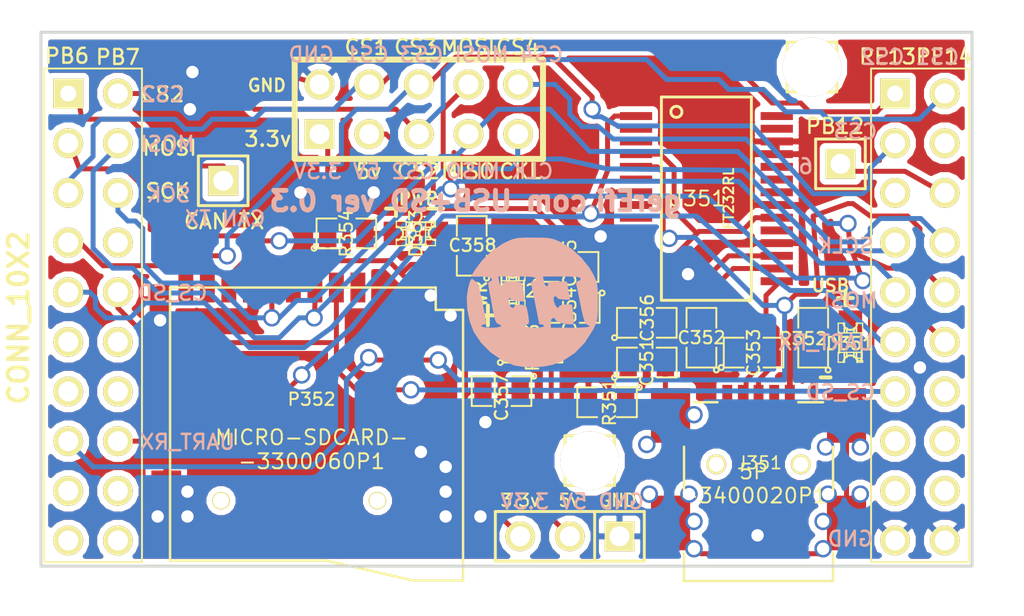
<source format=kicad_pcb>
(kicad_pcb (version 3) (host pcbnew "(2013-07-07 BZR 4022)-stable")
  (title_block (comment 2 Art_Electro) (comment 3 Art_Electro) (comment 4 Art_Electro))
  (layers (15 F.Cu signal) (0 B.Cu signal) (18 B.Paste user) (19 F.Paste user) (20 B.SilkS user) (21 F.SilkS user) (22 B.Mask user) (23 F.Mask user) (28 Edge.Cuts user))
  (net 0 "")
  (net 1 /3.3V)
  (net 2 /5V)
  (net 3 /CAN_TX)
  (net 4 /CS1)
  (net 5 /CS2)
  (net 6 /CS3)
  (net 7 /CS4)
  (net 8 /CS_SD_MODULE)
  (net 9 /D+)
  (net 10 /D-)
  (net 11 /SPI_MISO)
  (net 12 /SPI_MOSI)
  (net 13 /SPI_SCK)
  (net 14 /USART_RX)
  (net 15 /USART_TX)
  (net 16 GND)
  (net 17 N-0000013)
  (net 18 N-0000014)
  (net 19 N-0000015)
  (net 20 N-0000016)
  (net 21 N-0000017)
  (net 22 N-0000018)
  (net 23 N-0000019)
  (net 24 N-0000020)
  (net 25 N-0000021)
  (net 26 N-0000022)
  (net 27 N-0000024)
  (net 28 N-0000026)
  (net 29 N-0000029)
  (net 30 N-0000030)
  (net 31 N-0000031)
  (net 32 N-0000032)
  (net 33 N-0000033)
  (net 34 N-0000034)
  (net 35 N-0000035)
  (net 36 N-0000036)
  (net 37 N-0000037)
  (net 38 N-0000038)
  (net 39 N-0000039)
  (net 40 N-0000040)
  (net 41 N-0000041)
  (net 42 N-0000042)
  (net 43 N-0000043)
  (net 44 N-0000044)
  (net 45 N-0000045)
  (net 46 N-0000046)
  (net 47 N-0000047)
  (net 48 N-0000048)
  (net 49 N-0000049)
  (net 50 N-0000050)
  (net 51 N-0000051)
  (net 52 N-0000052)
  (net 53 N-0000053)
  (net 54 N-0000054)
  (net 55 N-0000055)
  (net 56 N-0000056)
  (net 57 N-0000057)
  (net 58 N-0000058)
  (net 59 N-0000059)
  (module SM0805 (layer F.Cu) (at 207.391 168.656)
    (fp_text reference C351 (at 0 0 90) (layer F.SilkS) (effects (font (size 0.635 0.635) (thickness 0.1016))))
    (fp_text value 4700pF hide)
    (pad 1 smd rect (at -0.9525 0) (size 0.889 1.397) (layers F.Cu F.Paste F.Mask) (net 16 GND))
    (pad 2 smd rect (at 0.9525 0) (size 0.889 1.397) (layers F.Cu F.Paste F.Mask) (net 25 N-0000021))
  )
  (module SM0805 (layer F.Cu) (at 210.185 167.386 90)
    (fp_text reference C352 (at 0 0 180) (layer F.SilkS) (effects (font (size 0.635 0.635) (thickness 0.1016))))
    (fp_text value 47pF hide)
    (pad 1 smd rect (at -0.9525 0 90) (size 0.889 1.397) (layers F.Cu F.Paste F.Mask) (net 16 GND))
    (pad 2 smd rect (at 0.9525 0 90) (size 0.889 1.397) (layers F.Cu F.Paste F.Mask) (net 10 /D-))
  )
  (module SM0805 (layer F.Cu) (at 212.852 168.148)
    (fp_text reference C353 (at 0 0 90) (layer F.SilkS) (effects (font (size 0.635 0.635) (thickness 0.1016))))
    (fp_text value 47pF hide)
    (pad 1 smd rect (at -0.9525 0) (size 0.889 1.397) (layers F.Cu F.Paste F.Mask) (net 16 GND))
    (pad 2 smd rect (at 0.9525 0) (size 0.889 1.397) (layers F.Cu F.Paste F.Mask) (net 9 /D+))
  )
  (module SM0805 (layer F.Cu) (at 203.454 165.862 180)
    (fp_text reference C354 (at 0 -0.1524 270) (layer F.SilkS) (effects (font (size 0.635 0.635) (thickness 0.1016))))
    (fp_text value 4.7uF hide)
    (pad 1 smd rect (at -0.9525 0 180) (size 0.889 1.397) (layers F.Cu F.Paste F.Mask) (net 2 /5V))
    (pad 2 smd rect (at 0.9525 0 180) (size 0.889 1.397) (layers F.Cu F.Paste F.Mask) (net 16 GND))
  )
  (module SM0805 (layer F.Cu) (at 203.3905 163.7665)
    (fp_text reference C355 (at 0.0635 -0.1905 90) (layer F.SilkS) (effects (font (size 0.635 0.635) (thickness 0.1016))))
    (fp_text value .1uF hide)
    (pad 1 smd rect (at -0.9525 0) (size 0.889 1.397) (layers F.Cu F.Paste F.Mask) (net 16 GND))
    (pad 2 smd rect (at 0.9525 0) (size 0.889 1.397) (layers F.Cu F.Paste F.Mask) (net 2 /5V))
  )
  (module SM0805 (layer F.Cu) (at 207.391 166.624)
    (fp_text reference C356 (at 0.0254 -0.254 90) (layer F.SilkS) (effects (font (size 0.635 0.635) (thickness 0.1016))))
    (fp_text value .1uF hide)
    (pad 1 smd rect (at -0.9525 0) (size 0.889 1.397) (layers F.Cu F.Paste F.Mask) (net 16 GND))
    (pad 2 smd rect (at 0.9525 0) (size 0.889 1.397) (layers F.Cu F.Paste F.Mask) (net 45 N-0000045))
  )
  (module SM0805 (layer F.Cu) (at 205.359 170.688 180)
    (fp_text reference R351 (at -0.127 0 270) (layer F.SilkS) (effects (font (size 0.635 0.635) (thickness 0.1016))))
    (fp_text value 1M hide)
    (pad 1 smd rect (at -0.9525 0 180) (size 0.889 1.397) (layers F.Cu F.Paste F.Mask) (net 25 N-0000021))
    (pad 2 smd rect (at 0.9525 0 180) (size 0.889 1.397) (layers F.Cu F.Paste F.Mask) (net 16 GND))
  )
  (module SM0805 (layer F.Cu) (at 215.9 167.386 90)
    (fp_text reference R352 (at -0.0508 -0.508 180) (layer F.SilkS) (effects (font (size 0.635 0.635) (thickness 0.1016))))
    (fp_text value 1k hide)
    (pad 1 smd rect (at -0.9525 0 90) (size 0.889 1.397) (layers F.Cu F.Paste F.Mask) (net 24 N-0000020))
    (pad 2 smd rect (at 0.9525 0 90) (size 0.889 1.397) (layers F.Cu F.Paste F.Mask) (net 26 N-0000022))
  )
  (module SM0805 (layer F.Cu) (at 201.549 167.894)
    (fp_text reference R353 (at 0 0 90) (layer F.SilkS) (effects (font (size 0.635 0.635) (thickness 0.1016))))
    (fp_text value 1k hide)
    (pad 1 smd rect (at -0.9525 0) (size 0.889 1.397) (layers F.Cu F.Paste F.Mask) (net 30 N-0000030))
    (pad 2 smd rect (at 0.9525 0) (size 0.889 1.397) (layers F.Cu F.Paste F.Mask) (net 2 /5V))
  )
  (module ssop-28 (layer F.Cu) (at 210.439 160.274 270)
    (fp_text reference U351 (at 0 0.508 360) (layer F.SilkS) (effects (font (size 0.762 0.762) (thickness 0.1016))))
    (fp_text value FT232RL (at 0 -1.143 270) (layer F.SilkS) (effects (font (size 0.50038 0.50038) (thickness 0.09906))))
    (pad 7 smd rect (at -0.32512 3.59918 270) (size 0.4064 1.651) (layers F.Cu F.Paste F.Mask) (net 16 GND))
    (pad 8 smd rect (at 0.32512 3.59918 270) (size 0.4064 1.651) (layers F.Cu F.Paste F.Mask))
    (pad 9 smd rect (at 0.97536 3.59918 270) (size 0.4064 1.651) (layers F.Cu F.Paste F.Mask) (net 53 N-0000053))
    (pad 10 smd rect (at 1.6256 3.59918 270) (size 0.4064 1.651) (layers F.Cu F.Paste F.Mask) (net 52 N-0000052))
    (pad 25 smd rect (at -2.27584 -3.59918 270) (size 0.4064 1.651) (layers F.Cu F.Paste F.Mask) (net 16 GND))
    (pad 4 smd rect (at -2.27584 3.59918 270) (size 0.4064 1.651) (layers F.Cu F.Paste F.Mask) (net 2 /5V))
    (pad 5 smd rect (at -1.6256 3.59918 270) (size 0.4064 1.651) (layers F.Cu F.Paste F.Mask) (net 15 /USART_TX))
    (pad 6 smd rect (at -0.97536 3.59918 270) (size 0.4064 1.651) (layers F.Cu F.Paste F.Mask) (net 54 N-0000054))
    (pad 18 smd rect (at 2.27584 -3.59918 270) (size 0.4064 1.651) (layers F.Cu F.Paste F.Mask) (net 16 GND))
    (pad 19 smd rect (at 1.6256 -3.59918 270) (size 0.4064 1.651) (layers F.Cu F.Paste F.Mask) (net 42 N-0000042))
    (pad 20 smd rect (at 0.97536 -3.59918 270) (size 0.4064 1.651) (layers F.Cu F.Paste F.Mask) (net 2 /5V))
    (pad 21 smd rect (at 0.32512 -3.59918 270) (size 0.4064 1.651) (layers F.Cu F.Paste F.Mask) (net 16 GND))
    (pad 22 smd rect (at -0.32512 -3.59918 270) (size 0.4064 1.651) (layers F.Cu F.Paste F.Mask) (net 49 N-0000049))
    (pad 23 smd rect (at -0.97536 -3.59918 270) (size 0.4064 1.651) (layers F.Cu F.Paste F.Mask) (net 47 N-0000047))
    (pad 11 smd rect (at 2.27584 3.59918 270) (size 0.4064 1.651) (layers F.Cu F.Paste F.Mask) (net 51 N-0000051))
    (pad 24 smd rect (at -1.6256 -3.59918 270) (size 0.4064 1.651) (layers F.Cu F.Paste F.Mask))
    (pad 26 smd rect (at -2.92608 -3.59918 270) (size 0.4064 1.651) (layers F.Cu F.Paste F.Mask) (net 16 GND))
    (pad 27 smd rect (at -3.57378 -3.59918 270) (size 0.4064 1.651) (layers F.Cu F.Paste F.Mask) (net 44 N-0000044))
    (pad 28 smd rect (at -4.22402 -3.59918 270) (size 0.4064 1.651) (layers F.Cu F.Paste F.Mask) (net 43 N-0000043))
    (pad 1 smd rect (at -4.22402 3.59918 270) (size 0.4064 1.651) (layers F.Cu F.Paste F.Mask) (net 14 /USART_RX))
    (pad 2 smd rect (at -3.57378 3.59918 270) (size 0.4064 1.651) (layers F.Cu F.Paste F.Mask) (net 56 N-0000056))
    (pad 3 smd rect (at -2.92608 3.59918 270) (size 0.4064 1.651) (layers F.Cu F.Paste F.Mask) (net 55 N-0000055))
    (pad 12 smd rect (at 2.92608 3.59918 270) (size 0.4064 1.651) (layers F.Cu F.Paste F.Mask) (net 50 N-0000050))
    (pad 13 smd rect (at 3.57378 3.59918 270) (size 0.4064 1.651) (layers F.Cu F.Paste F.Mask) (net 48 N-0000048))
    (pad 14 smd rect (at 4.22402 3.59918 270) (size 0.4064 1.651) (layers F.Cu F.Paste F.Mask) (net 46 N-0000046))
    (pad 15 smd rect (at 4.22402 -3.59918 270) (size 0.4064 1.651) (layers F.Cu F.Paste F.Mask) (net 9 /D+))
    (pad 16 smd rect (at 3.57378 -3.59918 270) (size 0.4064 1.651) (layers F.Cu F.Paste F.Mask) (net 10 /D-))
    (pad 17 smd rect (at 2.92608 -3.59918 270) (size 0.4064 1.651) (layers F.Cu F.Paste F.Mask) (net 45 N-0000045))
  )
  (module SM0805 (layer F.Cu) (at 192.024 162.052)
    (fp_text reference R354 (at 0 0 90) (layer F.SilkS) (effects (font (size 0.635 0.635) (thickness 0.1016))))
    (fp_text value 1k hide)
    (pad 1 smd rect (at -0.9525 0) (size 0.889 1.397) (layers F.Cu F.Paste F.Mask) (net 1 /3.3V))
    (pad 2 smd rect (at 0.9525 0) (size 0.889 1.397) (layers F.Cu F.Paste F.Mask) (net 29 N-0000029))
  )
  (module PIN_ARRAY_3_A (layer F.Cu) (at 203.454 177.546 180)
    (fp_text reference K351 hide)
    (fp_text value CONN_3 hide)
    (pad 1 thru_hole rect (at -2.54 0 180) (size 1.524 1.524) (drill 1.016) (layers *.Cu *.Mask F.SilkS) (net 16 GND))
    (pad 2 thru_hole circle (at 0 0 180) (size 1.524 1.524) (drill 1.016) (layers *.Cu *.Mask F.SilkS) (net 2 /5V))
    (pad 3 thru_hole circle (at 2.54 0 180) (size 1.524 1.524) (drill 1.016) (layers *.Cu *.Mask F.SilkS) (net 1 /3.3V))
  )
  (module PIN_ARRAY_1 (layer F.Cu) (at 217.297 158.496)
    (fp_text reference P355 hide)
    (fp_text value CONN_1 hide)
    (pad 1 thru_hole rect (at 0 0) (size 1.524 1.524) (drill 1.016) (layers *.Cu *.Mask F.SilkS) (net 32 N-0000032))
  )
  (module PIN_ARRAY_1 (layer F.Cu) (at 185.7248 159.3596)
    (fp_text reference P356 hide)
    (fp_text value CONN_1 hide)
    (pad 1 thru_hole rect (at 0 0) (size 1.524 1.524) (drill 1.016) (layers *.Cu *.Mask F.SilkS) (net 3 /CAN_TX))
  )
  (module LOGO_F (layer B.Cu) (at 201.549 165.608)
    (fp_text reference G305 hide)
    (fp_text value LOGO hide)
  )
  (module SM0805 (layer F.Cu) (at 199.9615 170.1165 180)
    (fp_text reference C357 (at 0 -0.3175 270) (layer F.SilkS) (effects (font (size 0.635 0.635) (thickness 0.10922))))
    (fp_text value .1uF hide)
    (pad 1 smd rect (at -0.9525 0 180) (size 0.889 1.397) (layers F.Cu F.Paste F.Mask) (net 16 GND))
    (pad 2 smd rect (at 0.9525 0 180) (size 0.889 1.397) (layers F.Cu F.Paste F.Mask) (net 1 /3.3V))
  )
  (module SM0805 (layer F.Cu) (at 198.4375 162.687 90)
    (fp_text reference C358 (at 0.0254 0.0381 180) (layer F.SilkS) (effects (font (size 0.635 0.635) (thickness 0.10922))))
    (fp_text value 4.7uF hide)
    (pad 1 smd rect (at -0.9525 0 90) (size 0.889 1.397) (layers F.Cu F.Paste F.Mask) (net 1 /3.3V))
    (pad 2 smd rect (at 0.9525 0 90) (size 0.889 1.397) (layers F.Cu F.Paste F.Mask) (net 16 GND))
  )
  (module PIN_ARRAY_1 (layer F.Cu) (at 204.47 173.6725)
    (fp_text reference M351 hide)
    (fp_text value CONN_1 hide)
    (pad 1 thru_hole circle (at 0 0) (size 3 3) (drill 3) (layers *.Cu *.Mask F.SilkS) (net 27 N-0000024))
  )
  (module PIN_ARRAY_1 (layer F.Cu) (at 215.8365 153.543)
    (fp_text reference M352 hide)
    (fp_text value CONN_1 hide)
    (pad 1 thru_hole circle (at 0 0) (size 3 3) (drill 3) (layers *.Cu *.Mask F.SilkS) (net 31 N-0000031))
  )
  (module LED-0805_A (layer F.Cu) (at 217.805 167.64 270)
    (fp_text reference D351 (at 0.0508 0.0254 360) (layer F.SilkS) (effects (font (size 0.635 0.635) (thickness 0.10922))))
    (fp_text value GREEN hide)
    (pad 1 smd rect (at -1.04902 0 270) (size 1.19888 1.19888) (layers F.Cu F.Paste F.Mask) (net 26 N-0000022))
    (pad 2 smd rect (at 1.04902 0 270) (size 1.19888 1.19888) (layers F.Cu F.Paste F.Mask) (net 16 GND))
  )
  (module LED-0805_A (layer F.Cu) (at 200.533 164.973 90)
    (fp_text reference D352 (at -0.0254 0.0254 180) (layer F.SilkS) (effects (font (size 0.635 0.635) (thickness 0.10922))))
    (fp_text value RED hide)
    (pad 1 smd rect (at -1.04902 0 90) (size 1.19888 1.19888) (layers F.Cu F.Paste F.Mask) (net 30 N-0000030))
    (pad 2 smd rect (at 1.04902 0 90) (size 1.19888 1.19888) (layers F.Cu F.Paste F.Mask) (net 16 GND))
  )
  (module LED-0805_A (layer F.Cu) (at 195.58 162.052)
    (fp_text reference D353 (at 0 0 90) (layer F.SilkS) (effects (font (size 0.635 0.635) (thickness 0.10922))))
    (fp_text value RED hide)
    (pad 1 smd rect (at -1.04902 0) (size 1.19888 1.19888) (layers F.Cu F.Paste F.Mask) (net 29 N-0000029))
    (pad 2 smd rect (at 1.04902 0) (size 1.19888 1.19888) (layers F.Cu F.Paste F.Mask) (net 16 GND))
  )
  (module MINI-USB-5P-3400020P1 (layer F.Cu) (at 213.106 175.26)
    (fp_text reference J351 (at 0.0508 -1.4732) (layer F.SilkS) (effects (font (size 0.635 0.635) (thickness 0.0889))))
    (fp_text value MINI-USB-5P-3400020P1 hide)
    (pad 1 smd rect (at -1.6 -4.191) (size 0.508 2.54) (layers F.Cu F.Paste F.Mask) (net 24 N-0000020))
    (pad 2 smd rect (at -0.8 -4.191) (size 0.508 2.54) (layers F.Cu F.Paste F.Mask) (net 10 /D-))
    (pad 3 smd rect (at 0 -4.191) (size 0.508 2.54) (layers F.Cu F.Paste F.Mask) (net 9 /D+))
    (pad 4 smd rect (at 0.8 -4.191) (size 0.508 2.54) (layers F.Cu F.Paste F.Mask) (net 28 N-0000026))
    (pad 5 smd rect (at 1.6 -4.191) (size 0.508 2.54) (layers F.Cu F.Paste F.Mask) (net 16 GND))
    (pad 6 smd rect (at -4.5 1.603 90) (size 2.794 2) (layers F.Cu F.Paste F.Mask) (net 25 N-0000021))
    (pad 6 smd rect (at 4.5 1.603 90) (size 2.794 2) (layers F.Cu F.Paste F.Mask) (net 25 N-0000021))
    (pad 6 smd rect (at -4.5 -3.897 90) (size 2.794 2) (layers F.Cu F.Paste F.Mask) (net 25 N-0000021))
    (pad 6 smd rect (at 4.5 -3.897 90) (size 2.794 2) (layers F.Cu F.Paste F.Mask) (net 25 N-0000021))
    (pad "" thru_hole circle (at -2.159 -1.397 90) (size 1.016 1.016) (drill 0.762) (layers *.Cu *.Mask F.SilkS))
    (pad "" thru_hole circle (at 2.159 -1.397 90) (size 1.016 1.016) (drill 0.762) (layers *.Cu *.Mask F.SilkS))
  )
  (module MICRO-SDCARD-CONNECTOR-3300060P1 (layer F.Cu) (at 190.5 172.3136 270)
    (fp_text reference P352 (at -1.778 0.254 360) (layer F.SilkS) (effects (font (size 0.635 0.635) (thickness 0.1016))))
    (fp_text value MICRO-SDCARD-CONNECTOR-3300060P1 hide)
    (pad 1 smd rect (at -7.493 -2.114 270) (size 1.524 0.762) (layers F.Cu F.Paste F.Mask) (net 59 N-0000059))
    (pad 2 smd rect (at -7.493 -1.014 270) (size 1.524 0.762) (layers F.Cu F.Paste F.Mask) (net 8 /CS_SD_MODULE))
    (pad 3 smd rect (at -7.493 0.086 270) (size 1.524 0.762) (layers F.Cu F.Paste F.Mask) (net 12 /SPI_MOSI))
    (pad 4 smd rect (at -7.493 1.186 270) (size 1.524 0.762) (layers F.Cu F.Paste F.Mask) (net 1 /3.3V))
    (pad 5 smd rect (at -7.493 2.286 270) (size 1.524 0.762) (layers F.Cu F.Paste F.Mask) (net 13 /SPI_SCK))
    (pad 6 smd rect (at -7.493 3.386 270) (size 1.524 0.762) (layers F.Cu F.Paste F.Mask) (net 16 GND))
    (pad 7 smd rect (at -7.493 4.486 270) (size 1.524 0.762) (layers F.Cu F.Paste F.Mask) (net 11 /SPI_MISO))
    (pad 8 smd rect (at -7.493 5.586 270) (size 1.524 0.762) (layers F.Cu F.Paste F.Mask) (net 58 N-0000058))
    (pad 9 smd rect (at -7.493 6.686 270) (size 1.524 0.762) (layers F.Cu F.Paste F.Mask) (net 57 N-0000057))
    (pad G1 smd rect (at -6.893 8.032 270) (size 1.524 1.016) (layers F.Cu F.Paste F.Mask) (net 16 GND))
    (pad G2 smd rect (at 2.88 7.686 270) (size 2.032 1.524) (layers F.Cu F.Paste F.Mask) (net 16 GND))
    (pad G3 smd rect (at 2.88 -7.714 270) (size 2.032 1.524) (layers F.Cu F.Paste F.Mask) (net 16 GND))
    (pad G4 smd rect (at -7.101 -6.895 270) (size 1.524 1.524) (layers F.Cu F.Paste F.Mask) (net 16 GND))
    (pad "" thru_hole circle (at 3.407 4.886 270) (size 0.889 0.889) (drill 0.762) (layers *.Cu *.Mask F.SilkS))
    (pad "" thru_hole circle (at 3.407 -3.114 270) (size 0.889 0.889) (drill 0.762) (layers *.Cu *.Mask F.SilkS))
  )
  (module PIN_ARRAY_5x2_M (layer F.Cu) (at 195.7324 155.702)
    (fp_text reference P351 hide)
    (fp_text value CONN_5X2 hide)
    (pad 1 thru_hole rect (at -5.08 1.27) (size 1.524 1.524) (drill 1.016) (layers *.Cu *.Mask F.SilkS) (net 1 /3.3V))
    (pad 2 thru_hole circle (at -5.08 -1.27) (size 1.524 1.524) (drill 1.016) (layers *.Cu *.Mask F.SilkS) (net 16 GND))
    (pad 3 thru_hole circle (at -2.54 1.27) (size 1.524 1.524) (drill 1.016) (layers *.Cu *.Mask F.SilkS) (net 2 /5V))
    (pad 4 thru_hole circle (at -2.54 -1.27) (size 1.524 1.524) (drill 1.016) (layers *.Cu *.Mask F.SilkS) (net 4 /CS1))
    (pad 5 thru_hole circle (at 0 1.27) (size 1.524 1.524) (drill 1.016) (layers *.Cu *.Mask F.SilkS) (net 5 /CS2))
    (pad 6 thru_hole circle (at 0 -1.27) (size 1.524 1.524) (drill 1.016) (layers *.Cu *.Mask F.SilkS) (net 6 /CS3))
    (pad 7 thru_hole circle (at 2.54 1.27) (size 1.524 1.524) (drill 1.016) (layers *.Cu *.Mask F.SilkS) (net 11 /SPI_MISO))
    (pad 8 thru_hole circle (at 2.54 -1.27) (size 1.524 1.524) (drill 1.016) (layers *.Cu *.Mask F.SilkS) (net 12 /SPI_MOSI))
    (pad 9 thru_hole circle (at 5.08 1.27) (size 1.524 1.524) (drill 1.016) (layers *.Cu *.Mask F.SilkS) (net 13 /SPI_SCK))
    (pad 10 thru_hole circle (at 5.08 -1.27) (size 1.524 1.524) (drill 1.016) (layers *.Cu *.Mask F.SilkS) (net 7 /CS4))
  )
  (module PIN_ARRAY_10X2_M (layer F.Cu) (at 179.07 166.37 270)
    (fp_text reference P353 hide)
    (fp_text value CONN_10X2 (at 0 3.81 270) (layer F.SilkS) (effects (font (size 1.016 1.016) (thickness 0.2032))))
    (pad 1 thru_hole rect (at -11.47064 1.27 270) (size 1.524 1.524) (drill 0.8128) (layers *.Cu *.Mask F.SilkS) (net 3 /CAN_TX))
    (pad 2 thru_hole circle (at -11.47064 -1.27 270) (size 1.524 1.524) (drill 1.016) (layers *.Cu *.Mask F.SilkS) (net 5 /CS2))
    (pad 3 thru_hole circle (at -8.93064 1.27 270) (size 1.524 1.524) (drill 1.016) (layers *.Cu *.Mask F.SilkS) (net 11 /SPI_MISO))
    (pad 4 thru_hole circle (at -8.93064 -1.27 270) (size 1.524 1.524) (drill 1.016) (layers *.Cu *.Mask F.SilkS) (net 12 /SPI_MOSI))
    (pad 5 thru_hole circle (at -6.39064 1.27 270) (size 1.524 1.524) (drill 1.016) (layers *.Cu *.Mask F.SilkS) (net 4 /CS1))
    (pad 6 thru_hole circle (at -6.39064 -1.27 270) (size 1.524 1.524) (drill 1.016) (layers *.Cu *.Mask F.SilkS) (net 13 /SPI_SCK))
    (pad 7 thru_hole circle (at -3.85064 1.27 270) (size 1.524 1.524) (drill 1.016) (layers *.Cu *.Mask F.SilkS) (net 6 /CS3))
    (pad 8 thru_hole circle (at -3.85064 -1.27 270) (size 1.524 1.524) (drill 1.016) (layers *.Cu *.Mask F.SilkS) (net 41 N-0000041))
    (pad 9 thru_hole circle (at -1.31064 1.27 270) (size 1.524 1.524) (drill 1.016) (layers *.Cu *.Mask F.SilkS) (net 7 /CS4))
    (pad 10 thru_hole circle (at -1.31064 -1.27 270) (size 1.524 1.524) (drill 1.016) (layers *.Cu *.Mask F.SilkS) (net 8 /CS_SD_MODULE))
    (pad 11 thru_hole circle (at 1.22936 1.27 270) (size 1.524 1.524) (drill 1.016) (layers *.Cu *.Mask F.SilkS) (net 36 N-0000036))
    (pad 12 thru_hole circle (at 1.22936 -1.27 270) (size 1.524 1.524) (drill 1.016) (layers *.Cu *.Mask F.SilkS) (net 40 N-0000040))
    (pad 13 thru_hole circle (at 3.76936 1.27 270) (size 1.524 1.524) (drill 1.016) (layers *.Cu *.Mask F.SilkS) (net 35 N-0000035))
    (pad 14 thru_hole circle (at 3.76936 -1.27 270) (size 1.524 1.524) (drill 1.016) (layers *.Cu *.Mask F.SilkS) (net 39 N-0000039))
    (pad 15 thru_hole circle (at 6.30936 1.27 270) (size 1.524 1.524) (drill 1.016) (layers *.Cu *.Mask F.SilkS) (net 15 /USART_TX))
    (pad 16 thru_hole circle (at 6.30936 -1.27 270) (size 1.524 1.524) (drill 1.016) (layers *.Cu *.Mask F.SilkS) (net 14 /USART_RX))
    (pad 17 thru_hole circle (at 8.84936 1.27 270) (size 1.524 1.524) (drill 1.016) (layers *.Cu *.Mask F.SilkS) (net 34 N-0000034))
    (pad 18 thru_hole circle (at 8.84936 -1.27 270) (size 1.524 1.524) (drill 1.016) (layers *.Cu *.Mask F.SilkS) (net 38 N-0000038))
    (pad 19 thru_hole circle (at 11.38936 1.27 270) (size 1.524 1.524) (drill 1.016) (layers *.Cu *.Mask F.SilkS) (net 33 N-0000033))
    (pad 20 thru_hole circle (at 11.38936 -1.27 270) (size 1.524 1.524) (drill 1.016) (layers *.Cu *.Mask F.SilkS) (net 37 N-0000037))
  )
  (module PIN_ARRAY_10X2_M (layer F.Cu) (at 221.361 166.37 270)
    (fp_text reference P354 hide)
    (fp_text value CONN_10X2 hide)
    (pad 1 thru_hole rect (at -11.47064 1.27 270) (size 1.524 1.524) (drill 0.8128) (layers *.Cu *.Mask F.SilkS) (net 4 /CS1))
    (pad 2 thru_hole circle (at -11.47064 -1.27 270) (size 1.524 1.524) (drill 1.016) (layers *.Cu *.Mask F.SilkS) (net 5 /CS2))
    (pad 3 thru_hole circle (at -8.93064 1.27 270) (size 1.524 1.524) (drill 1.016) (layers *.Cu *.Mask F.SilkS) (net 6 /CS3))
    (pad 4 thru_hole circle (at -8.93064 -1.27 270) (size 1.524 1.524) (drill 1.016) (layers *.Cu *.Mask F.SilkS) (net 21 N-0000017))
    (pad 5 thru_hole circle (at -6.39064 1.27 270) (size 1.524 1.524) (drill 1.016) (layers *.Cu *.Mask F.SilkS) (net 17 N-0000013))
    (pad 6 thru_hole circle (at -6.39064 -1.27 270) (size 1.524 1.524) (drill 1.016) (layers *.Cu *.Mask F.SilkS) (net 32 N-0000032))
    (pad 7 thru_hole circle (at -3.85064 1.27 270) (size 1.524 1.524) (drill 1.016) (layers *.Cu *.Mask F.SilkS) (net 13 /SPI_SCK))
    (pad 8 thru_hole circle (at -3.85064 -1.27 270) (size 1.524 1.524) (drill 1.016) (layers *.Cu *.Mask F.SilkS) (net 11 /SPI_MISO))
    (pad 9 thru_hole circle (at -1.31064 1.27 270) (size 1.524 1.524) (drill 1.016) (layers *.Cu *.Mask F.SilkS) (net 12 /SPI_MOSI))
    (pad 10 thru_hole circle (at -1.31064 -1.27 270) (size 1.524 1.524) (drill 1.016) (layers *.Cu *.Mask F.SilkS) (net 15 /USART_TX))
    (pad 11 thru_hole circle (at 1.22936 1.27 270) (size 1.524 1.524) (drill 1.016) (layers *.Cu *.Mask F.SilkS) (net 14 /USART_RX))
    (pad 12 thru_hole circle (at 1.22936 -1.27 270) (size 1.524 1.524) (drill 1.016) (layers *.Cu *.Mask F.SilkS) (net 7 /CS4))
    (pad 13 thru_hole circle (at 3.76936 1.27 270) (size 1.524 1.524) (drill 1.016) (layers *.Cu *.Mask F.SilkS) (net 8 /CS_SD_MODULE))
    (pad 14 thru_hole circle (at 3.76936 -1.27 270) (size 1.524 1.524) (drill 1.016) (layers *.Cu *.Mask F.SilkS) (net 20 N-0000016))
    (pad 15 thru_hole circle (at 6.30936 1.27 270) (size 1.524 1.524) (drill 1.016) (layers *.Cu *.Mask F.SilkS) (net 23 N-0000019))
    (pad 16 thru_hole circle (at 6.30936 -1.27 270) (size 1.524 1.524) (drill 1.016) (layers *.Cu *.Mask F.SilkS) (net 19 N-0000015))
    (pad 17 thru_hole circle (at 8.84936 1.27 270) (size 1.524 1.524) (drill 1.016) (layers *.Cu *.Mask F.SilkS) (net 22 N-0000018))
    (pad 18 thru_hole circle (at 8.84936 -1.27 270) (size 1.524 1.524) (drill 1.016) (layers *.Cu *.Mask F.SilkS) (net 18 N-0000014))
    (pad 19 thru_hole circle (at 11.38936 1.27 270) (size 1.524 1.524) (drill 1.016) (layers *.Cu *.Mask F.SilkS) (net 16 GND))
    (pad 20 thru_hole circle (at 11.38936 -1.27 270) (size 1.524 1.524) (drill 1.016) (layers *.Cu *.Mask F.SilkS) (net 16 GND))
  )
  (gr_text CS2 (at 182.626 154.94) (layer F.SilkS) (effects (font (size 0.762 0.762) (thickness 0.127))))
  (gr_text "CAN TX" (at 185.7756 161.4424) (layer F.SilkS) (effects (font (size 0.762 0.762) (thickness 0.125095))))
  (gr_text SCK (at 182.9308 160.0708) (layer B.SilkS) (effects (font (size 0.762 0.762) (thickness 0.125095)) (justify mirror)))
  (gr_text PWR (at 198.882 165.481 90) (layer F.SilkS) (effects (font (size 0.635 0.635) (thickness 0.125095))))
  (gr_text PWR (at 195.707 160.274) (layer F.SilkS) (effects (font (size 0.635 0.635) (thickness 0.125095))))
  (gr_text USB (at 216.789 164.719) (layer F.SilkS) (effects (font (size 0.635 0.635) (thickness 0.125095))))
  (gr_text CKL (at 200.914 158.877) (layer F.SilkS) (effects (font (size 0.762 0.762) (thickness 0.125095))))
  (gr_text MISO (at 198.247 158.877) (layer F.SilkS) (effects (font (size 0.762 0.762) (thickness 0.125095))))
  (gr_text MOSI (at 198.247 152.527) (layer F.SilkS) (effects (font (size 0.762 0.762) (thickness 0.125095))))
  (gr_text PB12 (at 217.0176 156.5656) (layer F.SilkS) (effects (font (size 0.762 0.762) (thickness 0.125095))))
  (gr_text PE13 (at 219.71 153.0096) (layer F.SilkS) (effects (font (size 0.762 0.762) (thickness 0.125095))))
  (gr_text 6 (at 215.519 158.623) (layer B.SilkS) (effects (font (size 0.762 0.762) (thickness 0.127)) (justify mirror)))
  (gr_text "CAN TX" (at 185.8264 161.29) (layer B.SilkS) (effects (font (size 0.762 0.762) (thickness 0.127)) (justify mirror)))
  (gr_text "CLK MISO CS2 5V 3.3V" (at 195.961 158.877) (layer B.SilkS) (effects (font (size 0.762 0.762) (thickness 0.127)) (justify mirror)))
  (gr_text "CS4 MOSI CS3 CS1 GND" (at 196.088 152.908) (layer B.SilkS) (effects (font (size 0.762 0.762) (thickness 0.127)) (justify mirror)))
  (gr_text "GND 5V 3.3V" (at 203.581 175.768) (layer B.SilkS) (effects (font (size 0.762 0.762) (thickness 0.127)) (justify mirror)))
  (gr_text MOSI (at 182.88 157.48) (layer B.SilkS) (effects (font (size 0.762 0.762) (thickness 0.127)) (justify mirror)))
  (gr_text UART_RX (at 183.896 172.72) (layer B.SilkS) (effects (font (size 0.762 0.762) (thickness 0.127)) (justify mirror)))
  (gr_text CS_SD (at 183.134 165.1) (layer B.SilkS) (effects (font (size 0.762 0.762) (thickness 0.127)) (justify mirror)))
  (gr_text SCK (at 182.88 159.893) (layer F.SilkS) (effects (font (size 0.762 0.762) (thickness 0.127))))
  (gr_text GND (at 217.805 177.673) (layer B.SilkS) (effects (font (size 0.762 0.762) (thickness 0.127)) (justify mirror)))
  (gr_text CS_SD (at 217.297 170.18) (layer B.SilkS) (effects (font (size 0.762 0.762) (thickness 0.127)) (justify mirror)))
  (gr_text UART_RX (at 216.535 167.64) (layer B.SilkS) (effects (font (size 0.762 0.762) (thickness 0.127)) (justify mirror)))
  (gr_text CS2 (at 182.626 154.94) (layer B.SilkS) (effects (font (size 0.762 0.762) (thickness 0.127)) (justify mirror)))
  (gr_text MOSI (at 217.805 165.481) (layer B.SilkS) (effects (font (size 0.762 0.762) (thickness 0.127)) (justify mirror)))
  (gr_text SCLK (at 217.551 162.687) (layer B.SilkS) (effects (font (size 0.762 0.762) (thickness 0.127)) (justify mirror)))
  (gr_text CS3 (at 218.059 156.845) (layer B.SilkS) (effects (font (size 0.762 0.762) (thickness 0.127)) (justify mirror)))
  (gr_text "CS1 CS2" (at 220.853 153.035) (layer B.SilkS) (effects (font (size 0.762 0.762) (thickness 0.127)) (justify mirror)))
  (gr_line (start 194.945 160.782) (end 195.072 160.782) (angle 90) (layer F.SilkS) (width 0.2))
  (gr_line (start 194.564 161.163) (end 194.564 160.274) (angle 90) (layer F.SilkS) (width 0.2))
  (gr_line (start 194.056 160.782) (end 194.945 160.782) (angle 90) (layer F.SilkS) (width 0.2))
  (gr_line (start 196.215 160.782) (end 196.977 160.782) (angle 90) (layer F.SilkS) (width 0.2))
  (gr_line (start 199.263 165.735) (end 199.263 166.751) (angle 90) (layer F.SilkS) (width 0.2))
  (gr_line (start 198.882 166.243) (end 199.644 166.243) (angle 90) (layer F.SilkS) (width 0.2))
  (gr_line (start 200.152 162.814) (end 200.787 162.814) (angle 90) (layer F.SilkS) (width 0.2))
  (gr_line (start 216.789 169.418) (end 216.281 169.418) (angle 90) (layer F.SilkS) (width 0.2))
  (gr_line (start 217.551 165.735) (end 217.551 164.973) (angle 90) (layer F.SilkS) (width 0.2))
  (gr_line (start 217.17 165.354) (end 217.932 165.354) (angle 90) (layer F.SilkS) (width 0.2))
  (gr_text MOSI (at 182.9816 157.6832) (layer F.SilkS) (effects (font (size 0.762 0.762) (thickness 0.125095))))
  (gr_text CS2 (at 195.707 158.877) (layer F.SilkS) (effects (font (size 0.762 0.762) (thickness 0.125095))))
  (gr_text CS4 (at 200.787 152.527) (layer F.SilkS) (effects (font (size 0.762 0.762) (thickness 0.125095))))
  (gr_text CS3 (at 195.58 152.527) (layer F.SilkS) (effects (font (size 0.762 0.762) (thickness 0.125095))))
  (gr_text CS1 (at 193.04 152.527) (layer F.SilkS) (effects (font (size 0.762 0.762) (thickness 0.125095))))
  (gr_text 5v (at 193.167 158.877) (layer F.SilkS) (effects (font (size 0.762 0.762) (thickness 0.125095))))
  (gr_text 3.3v (at 188.0108 157.226) (layer F.SilkS) (effects (font (size 0.762 0.762) (thickness 0.125095))))
  (gr_text PB7 (at 180.34 153.035) (layer F.SilkS) (effects (font (size 0.762 0.762) (thickness 0.125095))))
  (gr_text PB6 (at 177.7365 152.9715) (layer F.SilkS) (effects (font (size 0.762 0.762) (thickness 0.125095))))
  (gr_text GND (at 187.96 154.4828) (layer F.SilkS) (effects (font (size 0.635 0.635) (thickness 0.125095))))
  (gr_text PE14 (at 222.6056 153.0096) (layer F.SilkS) (effects (font (size 0.762 0.762) (thickness 0.125095))))
  (gr_text "3.3v  5v  GND" (at 203.3905 175.7045) (layer F.SilkS) (effects (font (size 0.635 0.635) (thickness 0.1016))))
  (gr_text "gerEfi.com USB+SD ver 0.3" (at 198.628 160.401) (layer B.SilkS) (effects (font (size 1 1) (thickness 0.25)) (justify mirror)))
  (gr_text "5P\n-3400020P1" (at 212.852 174.8536) (layer F.SilkS) (effects (font (size 0.762 0.762) (thickness 0.1016))))
  (gr_text "MICRO-SDCARD-\n-3300060P1" (at 190.246 173.101) (layer F.SilkS) (effects (font (size 0.762 0.762) (thickness 0.1016))))
  (gr_line (start 224.028 179.07) (end 224.028 151.765) (angle 90) (layer Edge.Cuts) (width 0.15))
  (gr_line (start 224.028 151.765) (end 176.403 151.765) (angle 90) (layer Edge.Cuts) (width 0.15))
  (gr_line (start 176.403 179.07) (end 224.028 179.07) (angle 90) (layer Edge.Cuts) (width 0.15))
  (gr_line (start 176.403 151.765) (end 176.403 179.07) (angle 90) (layer Edge.Cuts) (width 0.15))
  (segment (start 198.12 172.466) (end 198.12 173.482) (width 0.254) (layer F.Cu) (net 1))
  (segment (start 198.12 170.3705) (end 198.12 172.466) (width 0.254) (layer F.Cu) (net 1))
  (segment (start 199.644 176.276) (end 200.914 177.546) (width 0.254) (layer F.Cu) (net 1))
  (segment (start 199.644 174.1805) (end 199.644 176.276) (width 0.254) (layer F.Cu) (net 1))
  (segment (start 199.1995 173.736) (end 199.644 174.1805) (width 0.254) (layer F.Cu) (net 1))
  (segment (start 198.374 173.736) (end 199.1995 173.736) (width 0.254) (layer F.Cu) (net 1))
  (segment (start 198.12 173.482) (end 198.374 173.736) (width 0.254) (layer F.Cu) (net 1))
  (segment (start 198.4375 163.6395) (end 195.326 163.6395) (width 0.254) (layer F.Cu) (net 1))
  (segment (start 195.326 163.6395) (end 194.84975 164.11575) (width 0.254) (layer F.Cu) (net 1))
  (segment (start 199.009 170.1165) (end 198.374 170.1165) (width 0.254) (layer F.Cu) (net 1))
  (segment (start 198.374 170.1165) (end 198.12 170.3705) (width 0.254) (layer F.Cu) (net 1))
  (segment (start 191.0715 162.052) (end 191.0715 157.4165) (width 0.254) (layer F.Cu) (net 1))
  (segment (start 191.0715 157.4165) (end 190.627 156.972) (width 0.254) (layer F.Cu) (net 1))
  (segment (start 191.0715 162.052) (end 191.0715 163.449) (width 0.254) (layer F.Cu) (net 1))
  (segment (start 191.0715 163.449) (end 191.135 163.449) (width 0.254) (layer F.Cu) (net 1))
  (segment (start 190.5635 163.449) (end 189.865 163.449) (width 0.254) (layer F.Cu) (net 1))
  (segment (start 190.627 163.449) (end 191.135 163.449) (width 0.254) (layer F.Cu) (net 1))
  (segment (start 190.5635 163.449) (end 190.627 163.449) (width 0.254) (layer F.Cu) (net 1))
  (segment (start 189.865 163.449) (end 189.314 164) (width 0.254) (layer F.Cu) (net 1))
  (segment (start 189.314 164) (end 189.314 164.846) (width 0.254) (layer F.Cu) (net 1))
  (segment (start 195.453 164.719) (end 195.453 165.862) (width 0.254) (layer F.Cu) (net 1))
  (segment (start 195.453 165.862) (end 196.977 167.386) (width 0.254) (layer F.Cu) (net 1))
  (segment (start 196.977 167.386) (end 198.12 168.529) (width 0.254) (layer F.Cu) (net 1))
  (segment (start 198.12 168.529) (end 198.12 170.3705) (width 0.254) (layer F.Cu) (net 1))
  (segment (start 191.135 163.449) (end 194.183 163.449) (width 0.254) (layer F.Cu) (net 1))
  (segment (start 194.183 163.449) (end 194.84975 164.11575) (width 0.254) (layer F.Cu) (net 1))
  (segment (start 194.84975 164.11575) (end 195.453 164.719) (width 0.254) (layer F.Cu) (net 1))
  (segment (start 206.83982 157.99816) (end 208.08696 157.99816) (width 0.254) (layer F.Cu) (net 2))
  (segment (start 208.788 160.8836) (end 209.9564 162.052) (width 0.254) (layer F.Cu) (net 2))
  (segment (start 208.788 158.6992) (end 208.788 160.8836) (width 0.254) (layer F.Cu) (net 2))
  (segment (start 208.08696 157.99816) (end 208.788 158.6992) (width 0.254) (layer F.Cu) (net 2))
  (segment (start 208.534 164.592) (end 208.534 163.4744) (width 0.254) (layer F.Cu) (net 2))
  (segment (start 208.534 164.592) (end 207.899 165.227) (width 0.254) (layer F.Cu) (net 2))
  (segment (start 207.899 165.227) (end 205.0415 165.227) (width 0.254) (layer F.Cu) (net 2))
  (segment (start 204.4065 165.862) (end 205.0415 165.227) (width 0.254) (layer F.Cu) (net 2))
  (segment (start 212.94344 161.24936) (end 214.03818 161.24936) (width 0.254) (layer F.Cu) (net 2))
  (segment (start 212.2424 161.9504) (end 212.94344 161.24936) (width 0.254) (layer F.Cu) (net 2))
  (segment (start 210.058 161.9504) (end 212.2424 161.9504) (width 0.254) (layer F.Cu) (net 2))
  (segment (start 208.534 163.4744) (end 209.9564 162.052) (width 0.254) (layer F.Cu) (net 2))
  (segment (start 209.9564 162.052) (end 210.058 161.9504) (width 0.254) (layer F.Cu) (net 2))
  (segment (start 198.628 160.782) (end 201.7268 160.782) (width 0.254) (layer F.Cu) (net 2))
  (segment (start 194.056 156.972) (end 194.564 157.48) (width 0.254) (layer F.Cu) (net 2))
  (segment (start 194.564 157.48) (end 194.564 157.988) (width 0.254) (layer F.Cu) (net 2))
  (segment (start 194.564 157.988) (end 194.945 158.369) (width 0.254) (layer F.Cu) (net 2))
  (segment (start 194.945 158.369) (end 195.961 158.369) (width 0.254) (layer F.Cu) (net 2))
  (segment (start 195.961 158.369) (end 196.469 158.877) (width 0.254) (layer F.Cu) (net 2))
  (segment (start 196.469 158.877) (end 196.469 160.274) (width 0.254) (layer F.Cu) (net 2))
  (segment (start 196.469 160.274) (end 196.977 160.782) (width 0.254) (layer F.Cu) (net 2))
  (segment (start 196.977 160.782) (end 197.739 160.782) (width 0.254) (layer F.Cu) (net 2))
  (segment (start 198.628 160.782) (end 198.12 160.782) (width 0.254) (layer F.Cu) (net 2))
  (segment (start 198.12 160.782) (end 197.739 160.782) (width 0.254) (layer F.Cu) (net 2))
  (segment (start 193.167 156.972) (end 194.056 156.972) (width 0.254) (layer F.Cu) (net 2))
  (segment (start 204.343 163.3982) (end 204.343 163.7665) (width 0.254) (layer F.Cu) (net 2))
  (segment (start 201.7268 160.782) (end 204.343 163.3982) (width 0.254) (layer F.Cu) (net 2))
  (segment (start 202.5015 167.894) (end 202.5015 171.7675) (width 0.254) (layer F.Cu) (net 2))
  (segment (start 201.549 175.641) (end 203.454 177.546) (width 0.254) (layer F.Cu) (net 2))
  (segment (start 201.549 172.72) (end 201.549 175.641) (width 0.254) (layer F.Cu) (net 2))
  (segment (start 202.5015 171.7675) (end 201.549 172.72) (width 0.254) (layer F.Cu) (net 2))
  (segment (start 204.4065 165.862) (end 204.4065 163.83) (width 0.254) (layer F.Cu) (net 2))
  (segment (start 204.4065 163.83) (end 204.343 163.7665) (width 0.254) (layer F.Cu) (net 2))
  (segment (start 202.5015 167.894) (end 203.454 167.894) (width 0.254) (layer F.Cu) (net 2))
  (segment (start 204.4065 166.9415) (end 204.4065 165.862) (width 0.254) (layer F.Cu) (net 2))
  (segment (start 203.454 167.894) (end 204.4065 166.9415) (width 0.254) (layer F.Cu) (net 2))
  (segment (start 177.8 154.89936) (end 178.26736 154.89936) (width 0.254) (layer F.Cu) (net 3))
  (segment (start 185.7248 158.5976) (end 185.7248 159.3596) (width 0.254) (layer F.Cu) (net 3))
  (segment (start 181.61 158.623) (end 185.7248 158.5976) (width 0.254) (layer F.Cu) (net 3))
  (segment (start 181.61 156.845) (end 181.61 158.623) (width 0.254) (layer F.Cu) (net 3))
  (segment (start 180.975 156.21) (end 181.61 156.845) (width 0.254) (layer F.Cu) (net 3))
  (segment (start 178.4985 156.21) (end 180.975 156.21) (width 0.254) (layer F.Cu) (net 3))
  (segment (start 178.26736 154.89936) (end 178.4985 156.21) (width 0.254) (layer F.Cu) (net 3))
  (segment (start 193.167 154.432) (end 192.659 154.432) (width 0.254) (layer B.Cu) (net 4))
  (segment (start 183.769 156.718) (end 184.658 156.718) (width 0.254) (layer B.Cu) (net 4))
  (segment (start 184.658 156.718) (end 185.166 156.21) (width 0.254) (layer B.Cu) (net 4))
  (segment (start 185.166 156.21) (end 187.325 156.21) (width 0.254) (layer B.Cu) (net 4))
  (segment (start 183.261 156.21) (end 183.769 156.718) (width 0.254) (layer B.Cu) (net 4))
  (segment (start 179.451 156.21) (end 183.261 156.21) (width 0.254) (layer B.Cu) (net 4))
  (segment (start 179.07 158.115) (end 179.07 156.591) (width 0.254) (layer B.Cu) (net 4))
  (segment (start 177.8 159.385) (end 179.07 158.115) (width 0.254) (layer B.Cu) (net 4))
  (segment (start 177.8 159.385) (end 177.8 159.97936) (width 0.254) (layer B.Cu) (net 4))
  (segment (start 179.07 156.591) (end 179.451 156.21) (width 0.254) (layer B.Cu) (net 4))
  (segment (start 187.833 155.702) (end 187.325 156.21) (width 0.254) (layer B.Cu) (net 4))
  (segment (start 191.389 155.702) (end 187.833 155.702) (width 0.254) (layer B.Cu) (net 4))
  (segment (start 192.659 154.432) (end 191.389 155.702) (width 0.254) (layer B.Cu) (net 4))
  (segment (start 210.947 152.527) (end 212.1535 153.7335) (width 0.254) (layer F.Cu) (net 4))
  (segment (start 212.1535 153.7335) (end 213.8045 155.3845) (width 0.254) (layer F.Cu) (net 4))
  (segment (start 213.8045 155.3845) (end 215.265 155.3845) (width 0.254) (layer F.Cu) (net 4))
  (segment (start 215.265 155.3845) (end 215.7095 155.829) (width 0.254) (layer F.Cu) (net 4))
  (segment (start 215.7095 155.829) (end 219.16136 155.829) (width 0.254) (layer F.Cu) (net 4))
  (segment (start 219.16136 155.829) (end 220.091 154.89936) (width 0.254) (layer F.Cu) (net 4))
  (segment (start 193.802 154.432) (end 195.707 152.527) (width 0.254) (layer F.Cu) (net 4))
  (segment (start 195.707 152.527) (end 210.947 152.527) (width 0.254) (layer F.Cu) (net 4))
  (segment (start 193.167 154.432) (end 193.802 154.432) (width 0.254) (layer F.Cu) (net 4))
  (segment (start 193.802 154.559) (end 193.167 154.559) (width 0.254) (layer F.Cu) (net 4))
  (segment (start 180.34 154.89936) (end 186.52236 154.89936) (width 0.254) (layer F.Cu) (net 5))
  (segment (start 194.564 155.702) (end 195.707 156.972) (width 0.254) (layer F.Cu) (net 5))
  (segment (start 187.325 155.702) (end 194.564 155.702) (width 0.254) (layer F.Cu) (net 5))
  (segment (start 186.52236 154.89936) (end 187.325 155.702) (width 0.254) (layer F.Cu) (net 5))
  (segment (start 196.977 154.051) (end 196.977 153.797) (width 0.254) (layer B.Cu) (net 5))
  (segment (start 221.32036 156.21) (end 222.631 154.89936) (width 0.254) (layer B.Cu) (net 5))
  (segment (start 216.662 156.21) (end 221.32036 156.21) (width 0.254) (layer B.Cu) (net 5))
  (segment (start 216.281 155.829) (end 216.662 156.21) (width 0.254) (layer B.Cu) (net 5))
  (segment (start 214.503 155.829) (end 216.281 155.829) (width 0.254) (layer B.Cu) (net 5))
  (segment (start 213.36 154.686) (end 214.503 155.829) (width 0.254) (layer B.Cu) (net 5))
  (segment (start 211.582 154.686) (end 213.36 154.686) (width 0.254) (layer B.Cu) (net 5))
  (segment (start 211.074 154.178) (end 211.582 154.686) (width 0.254) (layer B.Cu) (net 5))
  (segment (start 208.407 154.178) (end 211.074 154.178) (width 0.254) (layer B.Cu) (net 5))
  (segment (start 207.391 153.162) (end 208.407 154.178) (width 0.254) (layer B.Cu) (net 5))
  (segment (start 197.612 153.162) (end 207.391 153.162) (width 0.254) (layer B.Cu) (net 5))
  (segment (start 196.977 153.797) (end 197.612 153.162) (width 0.254) (layer B.Cu) (net 5))
  (segment (start 195.707 156.972) (end 195.707 156.845) (width 0.254) (layer B.Cu) (net 5))
  (segment (start 196.977 155.575) (end 196.977 154.051) (width 0.254) (layer B.Cu) (net 5))
  (segment (start 196.977 154.051) (end 196.977 154.000202) (width 0.254) (layer B.Cu) (net 5))
  (segment (start 195.707 156.845) (end 196.977 155.575) (width 0.254) (layer B.Cu) (net 5))
  (segment (start 191.77 158.496) (end 189.611 158.496) (width 0.254) (layer B.Cu) (net 6))
  (segment (start 178.39436 162.51936) (end 179.578 163.703) (width 0.254) (layer F.Cu) (net 6))
  (segment (start 179.578 163.703) (end 182.372 163.703) (width 0.254) (layer F.Cu) (net 6))
  (segment (start 182.372 163.703) (end 182.88 163.195) (width 0.254) (layer F.Cu) (net 6))
  (segment (start 177.8 162.51936) (end 178.39436 162.51936) (width 0.254) (layer F.Cu) (net 6))
  (segment (start 182.88 163.195) (end 185.928 163.195) (width 0.254) (layer F.Cu) (net 6))
  (via (at 185.928 163.195) (size 0.889) (layers F.Cu B.Cu) (net 6))
  (segment (start 195.453 154.432) (end 194.183 155.702) (width 0.254) (layer B.Cu) (net 6))
  (segment (start 194.183 155.702) (end 192.532 155.702) (width 0.254) (layer B.Cu) (net 6))
  (segment (start 192.532 155.702) (end 191.77 156.464) (width 0.254) (layer B.Cu) (net 6))
  (segment (start 191.77 156.464) (end 191.77 158.496) (width 0.254) (layer B.Cu) (net 6))
  (segment (start 195.453 154.432) (end 195.707 154.432) (width 0.254) (layer B.Cu) (net 6))
  (segment (start 185.928 162.179) (end 185.928 163.195) (width 0.254) (layer B.Cu) (net 6))
  (segment (start 189.611 158.496) (end 185.928 162.179) (width 0.254) (layer B.Cu) (net 6))
  (segment (start 201.422 153.035) (end 202.565 153.035) (width 0.254) (layer F.Cu) (net 6))
  (segment (start 196.215 154.432) (end 197.612 153.035) (width 0.254) (layer F.Cu) (net 6))
  (segment (start 197.612 153.035) (end 201.422 153.035) (width 0.254) (layer F.Cu) (net 6))
  (segment (start 195.707 154.432) (end 196.215 154.432) (width 0.254) (layer F.Cu) (net 6))
  (segment (start 204.597 155.067) (end 204.597 155.702) (width 0.254) (layer F.Cu) (net 6))
  (segment (start 202.565 153.035) (end 204.597 155.067) (width 0.254) (layer F.Cu) (net 6))
  (segment (start 205.905101 156.552899) (end 212.813899 156.552899) (width 0.254) (layer B.Cu) (net 6))
  (segment (start 218.821 158.70936) (end 220.091 157.43936) (width 0.254) (layer B.Cu) (net 6))
  (segment (start 218.821 159.639) (end 218.821 158.70936) (width 0.254) (layer B.Cu) (net 6))
  (segment (start 218.44 160.02) (end 218.821 159.639) (width 0.254) (layer B.Cu) (net 6))
  (segment (start 215.9 160.02) (end 218.44 160.02) (width 0.254) (layer B.Cu) (net 6))
  (segment (start 212.813899 156.552899) (end 215.9 160.02) (width 0.254) (layer B.Cu) (net 6))
  (segment (start 204.597 155.702) (end 204.292202 155.702) (width 0.254) (layer B.Cu) (net 6))
  (via (at 204.597 155.702) (size 0.889) (layers F.Cu B.Cu) (net 6))
  (segment (start 205.054202 156.083) (end 205.905101 156.552899) (width 0.254) (layer B.Cu) (net 6))
  (segment (start 204.673202 156.083) (end 205.054202 156.083) (width 0.254) (layer B.Cu) (net 6))
  (segment (start 204.292202 155.702) (end 204.673202 156.083) (width 0.254) (layer B.Cu) (net 6))
  (segment (start 204.346 155.702) (end 204.597 155.702) (width 0.254) (layer F.Cu) (net 6))
  (segment (start 205.905101 156.552899) (end 205.943202 156.591) (width 0.254) (layer B.Cu) (net 6))
  (segment (start 200.787 154.432) (end 202.692 154.432) (width 0.254) (layer B.Cu) (net 7))
  (segment (start 212.471 157.226) (end 205.67762 157.226) (width 0.254) (layer B.Cu) (net 7))
  (segment (start 212.471 157.226) (end 216.662 161.544) (width 0.254) (layer B.Cu) (net 7))
  (segment (start 216.662 161.544) (end 217.678 161.544) (width 0.254) (layer B.Cu) (net 7))
  (via (at 217.678 161.544) (size 0.889) (layers F.Cu B.Cu) (net 7))
  (segment (start 217.678 161.544) (end 217.805 162.941) (width 0.254) (layer F.Cu) (net 7))
  (segment (start 205.67762 157.226) (end 204.91562 156.591) (width 0.254) (layer B.Cu) (net 7))
  (segment (start 204.089 156.591) (end 204.91562 156.591) (width 0.254) (layer B.Cu) (net 7))
  (segment (start 203.454 155.956) (end 204.089 156.591) (width 0.254) (layer B.Cu) (net 7))
  (segment (start 203.454 155.194) (end 203.454 155.956) (width 0.254) (layer B.Cu) (net 7))
  (segment (start 202.692 154.432) (end 203.454 155.194) (width 0.254) (layer B.Cu) (net 7))
  (segment (start 216.408 164.338) (end 218.313 164.338) (width 0.254) (layer B.Cu) (net 7))
  (segment (start 210.439 160.147) (end 214.999418 164.338) (width 0.254) (layer B.Cu) (net 7))
  (segment (start 214.999418 164.338) (end 216.408 164.338) (width 0.254) (layer B.Cu) (net 7))
  (segment (start 198.577202 160.147) (end 205.994 160.147) (width 0.254) (layer B.Cu) (net 7))
  (segment (start 197.815202 160.655) (end 198.577202 160.147) (width 0.254) (layer B.Cu) (net 7))
  (segment (start 196.723 160.655) (end 197.815202 160.655) (width 0.254) (layer B.Cu) (net 7))
  (segment (start 191.262 166.878) (end 196.723 160.655) (width 0.254) (layer B.Cu) (net 7))
  (segment (start 205.994 160.147) (end 210.439 160.147) (width 0.254) (layer B.Cu) (net 7))
  (segment (start 218.44 164.465) (end 217.932 163.068) (width 0.254) (layer F.Cu) (net 7))
  (via (at 218.44 164.465) (size 0.889) (layers F.Cu B.Cu) (net 7))
  (segment (start 218.313 164.338) (end 218.44 164.465) (width 0.254) (layer B.Cu) (net 7))
  (segment (start 177.8 165.05936) (end 178.90236 165.05936) (width 0.254) (layer B.Cu) (net 7))
  (segment (start 189.865 167.894) (end 191.262 166.878) (width 0.254) (layer B.Cu) (net 7))
  (segment (start 187.071 167.894) (end 189.865 167.894) (width 0.254) (layer B.Cu) (net 7))
  (segment (start 184.785 165.608) (end 187.071 167.894) (width 0.254) (layer B.Cu) (net 7))
  (segment (start 181.737 165.608) (end 184.785 165.608) (width 0.254) (layer B.Cu) (net 7))
  (segment (start 180.975 166.37) (end 181.737 165.608) (width 0.254) (layer B.Cu) (net 7))
  (segment (start 179.705 166.37) (end 180.975 166.37) (width 0.254) (layer B.Cu) (net 7))
  (segment (start 179.197 165.862) (end 179.705 166.37) (width 0.254) (layer B.Cu) (net 7))
  (segment (start 179.197 165.354) (end 179.197 165.862) (width 0.254) (layer B.Cu) (net 7))
  (segment (start 178.90236 165.05936) (end 179.197 165.354) (width 0.254) (layer B.Cu) (net 7))
  (segment (start 217.8685 163.0045) (end 219.71 163.83) (width 0.254) (layer F.Cu) (net 7))
  (segment (start 220.726 163.83) (end 221.361 164.465) (width 0.254) (layer F.Cu) (net 7))
  (segment (start 221.361 164.465) (end 221.361 166.32936) (width 0.254) (layer F.Cu) (net 7))
  (segment (start 221.361 166.32936) (end 222.631 167.59936) (width 0.254) (layer F.Cu) (net 7))
  (segment (start 219.71 163.83) (end 220.726 163.83) (width 0.254) (layer F.Cu) (net 7))
  (segment (start 191.514 167.638) (end 191.514 169.035) (width 0.254) (layer F.Cu) (net 8))
  (via (at 195.326 170.053) (size 0.889) (layers F.Cu B.Cu) (net 8))
  (segment (start 195.326 170.053) (end 220.091 170.1394) (width 0.254) (layer B.Cu) (net 8))
  (segment (start 192.532 170.053) (end 195.326 170.053) (width 0.254) (layer F.Cu) (net 8))
  (segment (start 191.514 169.035) (end 192.532 170.053) (width 0.254) (layer F.Cu) (net 8))
  (segment (start 180.34 165.05936) (end 180.34 165.862) (width 0.254) (layer F.Cu) (net 8))
  (segment (start 182.116 167.638) (end 191.514 167.638) (width 0.254) (layer F.Cu) (net 8))
  (segment (start 191.514 164.846) (end 191.514 167.638) (width 0.254) (layer F.Cu) (net 8))
  (segment (start 180.34 165.862) (end 182.116 167.638) (width 0.254) (layer F.Cu) (net 8))
  (segment (start 214.03818 164.49802) (end 214.03818 164.67582) (width 0.254) (layer F.Cu) (net 9))
  (segment (start 214.0585 166.9415) (end 214.0585 168.148) (width 0.254) (layer F.Cu) (net 9))
  (segment (start 213.487 166.37) (end 214.0585 166.9415) (width 0.254) (layer F.Cu) (net 9))
  (segment (start 213.487 165.227) (end 213.487 166.37) (width 0.254) (layer F.Cu) (net 9))
  (segment (start 214.03818 164.67582) (end 213.487 165.227) (width 0.254) (layer F.Cu) (net 9))
  (segment (start 214.0585 168.148) (end 214.0585 168.604082) (width 0.254) (layer F.Cu) (net 9))
  (segment (start 213.106 169.556582) (end 213.106 171.069) (width 0.254) (layer F.Cu) (net 9))
  (segment (start 214.0585 168.604082) (end 213.106 169.556582) (width 0.254) (layer F.Cu) (net 9))
  (segment (start 210.185 166.4335) (end 212.5345 166.4335) (width 0.254) (layer F.Cu) (net 10))
  (segment (start 212.471 170.904) (end 212.306 171.069) (width 0.254) (layer F.Cu) (net 10))
  (segment (start 212.471 169.545) (end 212.471 170.904) (width 0.254) (layer F.Cu) (net 10))
  (segment (start 212.852 169.164) (end 212.471 169.545) (width 0.254) (layer F.Cu) (net 10))
  (segment (start 212.852 166.751) (end 212.852 169.164) (width 0.254) (layer F.Cu) (net 10))
  (segment (start 212.5345 166.4335) (end 212.852 166.751) (width 0.254) (layer F.Cu) (net 10))
  (segment (start 210.185 166.4335) (end 210.185 165.481) (width 0.254) (layer F.Cu) (net 10))
  (segment (start 211.81822 163.84778) (end 214.03818 163.84778) (width 0.254) (layer F.Cu) (net 10))
  (segment (start 210.185 165.481) (end 211.81822 163.84778) (width 0.254) (layer F.Cu) (net 10))
  (segment (start 201.803 155.702) (end 202.438 155.702) (width 0.254) (layer B.Cu) (net 11))
  (segment (start 198.501 156.972) (end 199.771 155.702) (width 0.254) (layer B.Cu) (net 11))
  (segment (start 199.771 155.702) (end 201.803 155.702) (width 0.254) (layer B.Cu) (net 11))
  (segment (start 198.247 156.972) (end 198.501 156.972) (width 0.254) (layer B.Cu) (net 11))
  (segment (start 221.40164 161.29) (end 222.631 162.51936) (width 0.254) (layer B.Cu) (net 11))
  (segment (start 219.329 161.29) (end 221.40164 161.29) (width 0.254) (layer B.Cu) (net 11))
  (segment (start 218.821 161.798) (end 219.329 161.29) (width 0.254) (layer B.Cu) (net 11))
  (segment (start 218.821 162.052) (end 218.821 161.798) (width 0.254) (layer B.Cu) (net 11))
  (segment (start 218.389202 162.483798) (end 218.821 162.052) (width 0.254) (layer B.Cu) (net 11))
  (segment (start 216.789 162.483798) (end 218.389202 162.483798) (width 0.254) (layer B.Cu) (net 11))
  (segment (start 212.039202 157.861) (end 216.789 162.483798) (width 0.254) (layer B.Cu) (net 11))
  (segment (start 204.47 157.861) (end 212.039202 157.861) (width 0.254) (layer B.Cu) (net 11))
  (segment (start 202.438 155.702) (end 204.47 157.861) (width 0.254) (layer B.Cu) (net 11))
  (segment (start 198.247 156.972) (end 198.247 157.48) (width 0.254) (layer B.Cu) (net 11))
  (segment (start 187.452 162.433) (end 187.198 162.433) (width 0.254) (layer F.Cu) (net 11))
  (segment (start 188.595 162.433) (end 187.452 162.433) (width 0.254) (layer F.Cu) (net 11))
  (via (at 188.595 162.433) (size 0.889) (layers F.Cu B.Cu) (net 11))
  (segment (start 192.532 162.433) (end 188.595 162.433) (width 0.254) (layer B.Cu) (net 11))
  (segment (start 196.85 158.115) (end 192.532 162.433) (width 0.254) (layer B.Cu) (net 11))
  (segment (start 197.612 158.115) (end 196.85 158.115) (width 0.254) (layer B.Cu) (net 11))
  (segment (start 198.247 157.48) (end 197.612 158.115) (width 0.254) (layer B.Cu) (net 11))
  (segment (start 181.991 160.02) (end 181.991 161.848798) (width 0.254) (layer F.Cu) (net 11))
  (segment (start 180.721 158.75) (end 181.991 160.02) (width 0.254) (layer F.Cu) (net 11))
  (segment (start 178.3715 158.75) (end 180.721 158.75) (width 0.254) (layer F.Cu) (net 11))
  (segment (start 177.88636 157.43936) (end 178.3715 158.75) (width 0.254) (layer F.Cu) (net 11))
  (segment (start 186.944 162.179) (end 187.198 162.433) (width 0.254) (layer F.Cu) (net 11))
  (segment (start 185.293 162.179) (end 186.944 162.179) (width 0.254) (layer F.Cu) (net 11))
  (segment (start 184.734202 162.229798) (end 185.293 162.179) (width 0.254) (layer F.Cu) (net 11))
  (segment (start 182.88 162.229798) (end 184.734202 162.229798) (width 0.254) (layer F.Cu) (net 11))
  (segment (start 181.991 161.848798) (end 182.88 162.229798) (width 0.254) (layer F.Cu) (net 11))
  (segment (start 186.014 164.846) (end 186.014 164.252) (width 0.254) (layer F.Cu) (net 11))
  (segment (start 187.198 163.068) (end 187.198 162.433) (width 0.254) (layer F.Cu) (net 11))
  (segment (start 186.014 164.252) (end 187.198 163.068) (width 0.254) (layer F.Cu) (net 11))
  (segment (start 197.358 159.766) (end 197.358 159.258) (width 0.254) (layer F.Cu) (net 12))
  (via (at 197.358 159.766) (size 0.889) (layers F.Cu B.Cu) (net 12))
  (segment (start 196.977 155.702) (end 198.247 154.432) (width 0.254) (layer F.Cu) (net 12))
  (segment (start 196.977 158.877) (end 196.977 155.702) (width 0.254) (layer F.Cu) (net 12))
  (segment (start 197.358 159.258) (end 196.977 158.877) (width 0.254) (layer F.Cu) (net 12))
  (segment (start 190.373 166.37) (end 190.373 166.243) (width 0.254) (layer B.Cu) (net 12))
  (segment (start 196.85 159.766) (end 197.358 159.766) (width 0.254) (layer B.Cu) (net 12))
  (segment (start 190.373 166.243) (end 196.85 159.766) (width 0.254) (layer B.Cu) (net 12))
  (segment (start 220.091 165.05936) (end 220.091 164.592) (width 0.254) (layer B.Cu) (net 12))
  (segment (start 220.091 164.592) (end 219.075 163.576) (width 0.254) (layer B.Cu) (net 12))
  (segment (start 219.075 163.576) (end 216.281 163.576) (width 0.254) (layer B.Cu) (net 12))
  (segment (start 216.281 163.576) (end 212.09 159.385) (width 0.254) (layer B.Cu) (net 12))
  (segment (start 212.09 159.385) (end 197.739 159.385) (width 0.254) (layer B.Cu) (net 12))
  (segment (start 197.739 159.385) (end 197.358 159.766) (width 0.254) (layer B.Cu) (net 12))
  (segment (start 179.07 162.814) (end 179.07 158.877) (width 0.254) (layer B.Cu) (net 12))
  (segment (start 189.611 166.37) (end 188.595 167.386) (width 0.254) (layer B.Cu) (net 12))
  (segment (start 188.595 167.386) (end 187.325 167.386) (width 0.254) (layer B.Cu) (net 12))
  (segment (start 187.325 167.386) (end 185.039 165.1) (width 0.254) (layer B.Cu) (net 12))
  (segment (start 185.039 165.1) (end 182.372 165.1) (width 0.254) (layer B.Cu) (net 12))
  (segment (start 182.372 165.1) (end 181.102 163.83) (width 0.254) (layer B.Cu) (net 12))
  (segment (start 181.102 163.83) (end 180.086 163.83) (width 0.254) (layer B.Cu) (net 12))
  (segment (start 180.086 163.83) (end 179.07 162.814) (width 0.254) (layer B.Cu) (net 12))
  (segment (start 190.373 166.37) (end 189.611 166.37) (width 0.254) (layer B.Cu) (net 12))
  (segment (start 179.07 158.877) (end 180.34 157.607) (width 0.254) (layer B.Cu) (net 12))
  (segment (start 190.373 166.37) (end 190.5 166.37) (width 0.254) (layer B.Cu) (net 12))
  (via (at 190.373 166.37) (size 0.889) (layers F.Cu B.Cu) (net 12))
  (segment (start 190.414 165.7658) (end 190.373 166.37) (width 0.254) (layer F.Cu) (net 12))
  (segment (start 190.414 165.608) (end 190.414 165.7658) (width 0.254) (layer F.Cu) (net 12))
  (segment (start 190.414 165.481) (end 190.414 165.608) (width 0.254) (layer F.Cu) (net 12))
  (segment (start 190.414 164.846) (end 190.414 165.481) (width 0.254) (layer F.Cu) (net 12))
  (segment (start 205.359 158.75) (end 203.073 158.242) (width 0.254) (layer B.Cu) (net 13))
  (segment (start 220.091 162.51936) (end 219.66936 162.941) (width 0.254) (layer B.Cu) (net 13))
  (segment (start 216.408 162.941) (end 219.66936 162.941) (width 0.254) (layer B.Cu) (net 13))
  (segment (start 212.293202 158.826202) (end 216.408 162.941) (width 0.254) (layer B.Cu) (net 13))
  (segment (start 205.359 158.75) (end 212.293202 158.826202) (width 0.254) (layer B.Cu) (net 13))
  (segment (start 200.787 158.267404) (end 200.787 158.369) (width 0.254) (layer B.Cu) (net 13))
  (segment (start 203.073 158.242) (end 200.787 158.267404) (width 0.254) (layer B.Cu) (net 13))
  (segment (start 188.214 166.37) (end 188.595 166.37) (width 0.254) (layer B.Cu) (net 13))
  (segment (start 200.787 158.369) (end 200.787 156.972) (width 0.254) (layer B.Cu) (net 13))
  (segment (start 200.406 158.75) (end 200.787 158.369) (width 0.254) (layer B.Cu) (net 13))
  (segment (start 197.104 158.75) (end 200.406 158.75) (width 0.254) (layer B.Cu) (net 13))
  (segment (start 190.373 165.481) (end 197.104 158.75) (width 0.254) (layer B.Cu) (net 13))
  (segment (start 189.484 165.481) (end 190.373 165.481) (width 0.254) (layer B.Cu) (net 13))
  (segment (start 188.595 166.37) (end 189.484 165.481) (width 0.254) (layer B.Cu) (net 13))
  (segment (start 200.787 156.972) (end 200.775418 156.972) (width 0.254) (layer B.Cu) (net 13))
  (segment (start 180.34 159.97936) (end 180.34 160.909) (width 0.254) (layer B.Cu) (net 13))
  (segment (start 187.071 166.37) (end 188.214 166.37) (width 0.254) (layer B.Cu) (net 13))
  (segment (start 185.293 164.592) (end 187.071 166.37) (width 0.254) (layer B.Cu) (net 13))
  (segment (start 182.575202 164.592) (end 185.293 164.592) (width 0.254) (layer B.Cu) (net 13))
  (segment (start 181.61 163.626798) (end 182.575202 164.592) (width 0.254) (layer B.Cu) (net 13))
  (segment (start 181.61 161.798) (end 181.61 163.626798) (width 0.254) (layer B.Cu) (net 13))
  (segment (start 181.229 161.417) (end 181.61 161.798) (width 0.254) (layer B.Cu) (net 13))
  (segment (start 180.848 161.417) (end 181.229 161.417) (width 0.254) (layer B.Cu) (net 13))
  (segment (start 180.34 160.909) (end 180.848 161.417) (width 0.254) (layer B.Cu) (net 13))
  (segment (start 188.214 164.846) (end 188.214 165.481) (width 0.254) (layer F.Cu) (net 13))
  (segment (start 188.214 165.481) (end 188.214 165.608) (width 0.254) (layer F.Cu) (net 13))
  (segment (start 188.214 165.608) (end 188.214 165.7658) (width 0.254) (layer F.Cu) (net 13))
  (segment (start 188.214 165.7658) (end 188.214 166.37) (width 0.254) (layer F.Cu) (net 13))
  (via (at 188.214 166.37) (size 0.889) (layers F.Cu B.Cu) (net 13))
  (segment (start 206.83982 156.04998) (end 205.74762 156.04998) (width 0.254) (layer F.Cu) (net 14))
  (via (at 204.5208 161.036) (size 0.889) (layers F.Cu B.Cu) (net 14))
  (segment (start 205.3844 158.8516) (end 204.5208 161.036) (width 0.254) (layer F.Cu) (net 14))
  (segment (start 205.3844 156.4132) (end 205.3844 158.8516) (width 0.254) (layer F.Cu) (net 14))
  (segment (start 205.74762 156.04998) (end 205.3844 156.4132) (width 0.254) (layer F.Cu) (net 14))
  (segment (start 180.34 172.67936) (end 186.26836 172.67936) (width 0.254) (layer F.Cu) (net 14))
  (via (at 189.738 169.291) (size 0.889) (layers F.Cu B.Cu) (net 14))
  (segment (start 186.26836 172.67936) (end 189.738 169.33672) (width 0.254) (layer F.Cu) (net 14))
  (segment (start 196.977 161.163) (end 199.517 161.163) (width 0.254) (layer B.Cu) (net 14))
  (segment (start 192.278 166.878) (end 196.977 161.163) (width 0.254) (layer B.Cu) (net 14))
  (segment (start 189.738 169.164) (end 192.278 166.878) (width 0.254) (layer B.Cu) (net 14))
  (segment (start 220.091 167.59936) (end 219.41536 167.59936) (width 0.254) (layer B.Cu) (net 14))
  (segment (start 214.733836 164.973) (end 211.836 162.814) (width 0.254) (layer B.Cu) (net 14))
  (segment (start 216.535 164.973) (end 214.733836 164.973) (width 0.254) (layer B.Cu) (net 14))
  (segment (start 219.41536 167.59936) (end 216.535 164.973) (width 0.254) (layer B.Cu) (net 14))
  (segment (start 199.517 161.163) (end 204.216 161.2138) (width 0.254) (layer B.Cu) (net 14))
  (segment (start 203.835 161.163) (end 209.931 161.163) (width 0.254) (layer B.Cu) (net 14))
  (segment (start 204.216 161.2138) (end 204.216 161.163002) (width 0.254) (layer B.Cu) (net 14))
  (segment (start 204.216 161.163002) (end 203.835 161.163) (width 0.254) (layer B.Cu) (net 14))
  (segment (start 209.931 161.163) (end 211.836 162.814) (width 0.254) (layer B.Cu) (net 14))
  (segment (start 206.83982 158.6484) (end 207.9244 158.6484) (width 0.254) (layer F.Cu) (net 15))
  (segment (start 213.3346 165.735) (end 214.4395 165.735) (width 0.254) (layer B.Cu) (net 15))
  (segment (start 209.8548 162.2552) (end 213.3346 165.735) (width 0.254) (layer B.Cu) (net 15))
  (segment (start 208.5848 162.2552) (end 209.8548 162.2552) (width 0.254) (layer B.Cu) (net 15))
  (segment (start 208.534 162.306) (end 208.5848 162.2552) (width 0.254) (layer B.Cu) (net 15))
  (via (at 208.534 162.306) (size 0.889) (layers F.Cu B.Cu) (net 15))
  (segment (start 208.2292 162.0012) (end 208.534 162.306) (width 0.254) (layer F.Cu) (net 15))
  (segment (start 208.2292 158.9532) (end 208.2292 162.0012) (width 0.254) (layer F.Cu) (net 15))
  (segment (start 207.9244 158.6484) (end 208.2292 158.9532) (width 0.254) (layer F.Cu) (net 15))
  (segment (start 215.9 161.163) (end 216.154 165.0365) (width 0.254) (layer F.Cu) (net 15))
  (segment (start 216.154 165.0365) (end 216.027 165.1635) (width 0.254) (layer F.Cu) (net 15))
  (segment (start 216.027 165.1635) (end 215.011 165.1635) (width 0.254) (layer F.Cu) (net 15))
  (segment (start 215.011 165.1635) (end 214.4395 165.735) (width 0.254) (layer F.Cu) (net 15))
  (via (at 214.4395 165.735) (size 0.889) (layers F.Cu B.Cu) (net 15))
  (segment (start 214.4395 165.735) (end 214.4395 169.545) (width 0.254) (layer B.Cu) (net 15))
  (segment (start 196.723 168.529) (end 193.294 168.529) (width 0.254) (layer F.Cu) (net 15))
  (segment (start 179.07 173.99) (end 188.595 173.99) (width 0.254) (layer B.Cu) (net 15))
  (segment (start 177.8 172.72) (end 179.07 173.99) (width 0.254) (layer B.Cu) (net 15))
  (segment (start 190.246 173.99) (end 188.595 173.99) (width 0.254) (layer B.Cu) (net 15))
  (segment (start 192.024 172.212) (end 190.246 173.99) (width 0.254) (layer B.Cu) (net 15))
  (segment (start 192.024 169.545) (end 192.024 172.212) (width 0.254) (layer B.Cu) (net 15))
  (segment (start 193.167 168.402) (end 192.024 169.545) (width 0.254) (layer B.Cu) (net 15))
  (via (at 193.167 168.402) (size 0.889) (layers F.Cu B.Cu) (net 15))
  (segment (start 198.628 169.545) (end 197.739 169.545) (width 0.254) (layer B.Cu) (net 15))
  (segment (start 197.739 169.545) (end 196.723 168.529) (width 0.254) (layer B.Cu) (net 15))
  (via (at 196.723 168.529) (size 0.889) (layers F.Cu B.Cu) (net 15))
  (segment (start 214.4395 169.545) (end 198.628 169.545) (width 0.254) (layer B.Cu) (net 15))
  (segment (start 217.932 160.528) (end 218.821 161.163) (width 0.254) (layer F.Cu) (net 15))
  (segment (start 218.821 161.163) (end 220.726 161.163) (width 0.254) (layer F.Cu) (net 15))
  (segment (start 217.678 160.528) (end 215.9 161.163) (width 0.254) (layer F.Cu) (net 15))
  (segment (start 221.361 161.798) (end 220.726 161.163) (width 0.254) (layer F.Cu) (net 15))
  (segment (start 221.361 163.703) (end 221.361 161.798) (width 0.254) (layer F.Cu) (net 15))
  (segment (start 222.631 164.973) (end 221.361 163.703) (width 0.254) (layer F.Cu) (net 15))
  (segment (start 217.678 160.528) (end 217.932 160.528) (width 0.254) (layer F.Cu) (net 15))
  (segment (start 214.03818 162.54984) (end 211.08416 162.54984) (width 0.254) (layer F.Cu) (net 16))
  (via (at 209.4992 164.1348) (size 0.889) (layers F.Cu B.Cu) (net 16))
  (segment (start 211.08416 162.54984) (end 209.4992 164.1348) (width 0.254) (layer F.Cu) (net 16))
  (segment (start 206.83982 159.94888) (end 205.76032 159.94888) (width 0.254) (layer F.Cu) (net 16))
  (via (at 205.0288 162.2044) (size 0.889) (layers F.Cu B.Cu) (net 16))
  (segment (start 205.486 161.7472) (end 205.0288 162.2044) (width 0.254) (layer F.Cu) (net 16))
  (segment (start 205.486 160.2232) (end 205.486 161.7472) (width 0.254) (layer F.Cu) (net 16))
  (segment (start 205.76032 159.94888) (end 205.486 160.2232) (width 0.254) (layer F.Cu) (net 16))
  (segment (start 182.814 175.219) (end 182.814 175.448) (width 0.254) (layer F.Cu) (net 16))
  (via (at 183.896 176.53) (size 0.889) (layers F.Cu B.Cu) (net 16))
  (segment (start 182.814 175.448) (end 183.896 176.53) (width 0.254) (layer F.Cu) (net 16))
  (segment (start 198.214 175.219) (end 198.214 175.42) (width 0.254) (layer F.Cu) (net 16))
  (via (at 197.104 176.53) (size 0.889) (layers F.Cu B.Cu) (net 16))
  (segment (start 198.214 175.42) (end 197.104 176.53) (width 0.254) (layer F.Cu) (net 16))
  (segment (start 198.214 175.219) (end 198.214 175.1) (width 0.254) (layer F.Cu) (net 16))
  (via (at 197.104 173.99) (size 0.889) (layers F.Cu B.Cu) (net 16))
  (segment (start 198.214 175.1) (end 197.104 173.99) (width 0.254) (layer F.Cu) (net 16))
  (segment (start 182.468 165.446) (end 182.468 166.466) (width 0.254) (layer F.Cu) (net 16))
  (via (at 182.499 166.497) (size 0.889) (layers F.Cu B.Cu) (net 16))
  (segment (start 182.468 166.466) (end 182.499 166.497) (width 0.254) (layer F.Cu) (net 16))
  (segment (start 197.395 165.238) (end 196.353 165.238) (width 0.254) (layer F.Cu) (net 16))
  (via (at 196.342 165.227) (size 0.889) (layers F.Cu B.Cu) (net 16))
  (segment (start 196.353 165.238) (end 196.342 165.227) (width 0.254) (layer F.Cu) (net 16))
  (segment (start 197.395 165.238) (end 197.395 166.206) (width 0.254) (layer F.Cu) (net 16))
  (via (at 197.358 166.243) (size 0.889) (layers F.Cu B.Cu) (net 16))
  (segment (start 197.395 166.206) (end 197.358 166.243) (width 0.254) (layer F.Cu) (net 16))
  (segment (start 182.814 175.219) (end 182.814 176.088) (width 0.254) (layer F.Cu) (net 16))
  (via (at 182.372 176.53) (size 0.889) (layers F.Cu B.Cu) (net 16))
  (segment (start 182.814 176.088) (end 182.372 176.53) (width 0.254) (layer F.Cu) (net 16))
  (segment (start 182.814 175.219) (end 183.855 175.219) (width 0.254) (layer F.Cu) (net 16))
  (via (at 183.896 175.26) (size 0.889) (layers F.Cu B.Cu) (net 16))
  (segment (start 183.855 175.219) (end 183.896 175.26) (width 0.254) (layer F.Cu) (net 16))
  (segment (start 198.214 175.219) (end 197.145 175.219) (width 0.254) (layer F.Cu) (net 16))
  (via (at 197.104 175.26) (size 0.889) (layers F.Cu B.Cu) (net 16))
  (segment (start 197.145 175.219) (end 197.104 175.26) (width 0.254) (layer F.Cu) (net 16))
  (segment (start 198.214 175.219) (end 198.214 175.862) (width 0.254) (layer F.Cu) (net 16))
  (via (at 198.882 176.53) (size 0.889) (layers F.Cu B.Cu) (net 16))
  (segment (start 198.214 175.862) (end 198.882 176.53) (width 0.254) (layer F.Cu) (net 16))
  (segment (start 187.114 164.846) (end 187.114 164.041) (width 0.254) (layer F.Cu) (net 16))
  (segment (start 187.114 164.041) (end 187.579 163.576) (width 0.254) (layer F.Cu) (net 16))
  (segment (start 217.805 168.68902) (end 218.47302 168.68902) (width 0.254) (layer F.Cu) (net 16))
  (via (at 213.0552 177.4952) (size 0.889) (layers F.Cu B.Cu) (net 16))
  (segment (start 213.106 173.355) (end 213.0552 177.4952) (width 0.254) (layer B.Cu) (net 16))
  (segment (start 215.011 171.45) (end 213.106 173.355) (width 0.254) (layer B.Cu) (net 16))
  (segment (start 220.853 171.45) (end 215.011 171.45) (width 0.254) (layer B.Cu) (net 16))
  (segment (start 221.361 170.942) (end 220.853 171.45) (width 0.254) (layer B.Cu) (net 16))
  (segment (start 221.361 168.91) (end 221.361 170.942) (width 0.254) (layer B.Cu) (net 16))
  (via (at 221.361 168.91) (size 0.889) (layers F.Cu B.Cu) (net 16))
  (segment (start 218.694 168.91) (end 221.361 168.91) (width 0.254) (layer F.Cu) (net 16))
  (segment (start 218.47302 168.68902) (end 218.694 168.91) (width 0.254) (layer F.Cu) (net 16))
  (via (at 189.6745 159.9565) (size 0.889) (layers F.Cu B.Cu) (net 16))
  (segment (start 189.738 159.9692) (end 189.738 159.9692) (width 0.254) (layer F.Cu) (net 16))
  (segment (start 198.4375 161.7345) (end 196.94652 161.7345) (width 0.254) (layer F.Cu) (net 16))
  (segment (start 196.94652 161.7345) (end 196.62902 162.052) (width 0.254) (layer F.Cu) (net 16))
  (segment (start 199.136 171.704) (end 200.787 171.704) (width 0.254) (layer F.Cu) (net 16))
  (segment (start 195.834 173.101) (end 195.834 173.228) (width 0.254) (layer F.Cu) (net 16))
  (via (at 195.834 173.228) (size 0.889) (layers F.Cu B.Cu) (net 16))
  (segment (start 197.612 173.228) (end 195.834 173.228) (width 0.254) (layer B.Cu) (net 16))
  (segment (start 199.136 171.704) (end 197.612 173.228) (width 0.254) (layer B.Cu) (net 16))
  (via (at 199.136 171.704) (size 0.889) (layers F.Cu B.Cu) (net 16))
  (segment (start 200.914 171.577) (end 200.914 170.1165) (width 0.254) (layer F.Cu) (net 16))
  (segment (start 200.787 171.704) (end 200.914 171.577) (width 0.254) (layer F.Cu) (net 16))
  (segment (start 184.531 156.21) (end 184.023 155.702) (width 0.254) (layer F.Cu) (net 16))
  (segment (start 189.738 159.9692) (end 187.0456 157.8864) (width 0.254) (layer F.Cu) (net 16))
  (segment (start 190.627 154.432) (end 188.087 153.67) (width 0.254) (layer F.Cu) (net 16))
  (segment (start 184.277 153.67) (end 188.087 153.67) (width 0.254) (layer F.Cu) (net 16))
  (segment (start 184.15 153.797) (end 184.277 153.67) (width 0.254) (layer F.Cu) (net 16))
  (via (at 184.15 153.797) (size 0.889) (layers F.Cu B.Cu) (net 16))
  (segment (start 184.15 155.575) (end 184.15 153.797) (width 0.254) (layer B.Cu) (net 16))
  (segment (start 184.023 155.702) (end 184.15 155.575) (width 0.254) (layer B.Cu) (net 16))
  (via (at 184.023 155.702) (size 0.889) (layers F.Cu B.Cu) (net 16))
  (segment (start 187.0456 157.8864) (end 184.531 156.21) (width 0.254) (layer F.Cu) (net 16))
  (segment (start 195.10502 160.528) (end 196.62902 162.052) (width 0.254) (layer F.Cu) (net 16))
  (segment (start 189.6745 159.9565) (end 193.421 159.9565) (width 0.254) (layer B.Cu) (net 16))
  (via (at 193.421 159.9565) (size 0.889) (layers F.Cu B.Cu) (net 16))
  (segment (start 193.421 159.9565) (end 193.9925 160.528) (width 0.254) (layer F.Cu) (net 16))
  (segment (start 193.9925 160.528) (end 195.10502 160.528) (width 0.254) (layer F.Cu) (net 16))
  (segment (start 215.9 168.3385) (end 215.9 172.339) (width 0.254) (layer F.Cu) (net 24))
  (segment (start 211.506 172.771) (end 211.506 171.069) (width 0.254) (layer F.Cu) (net 24))
  (segment (start 211.582 172.847) (end 211.506 172.771) (width 0.254) (layer F.Cu) (net 24))
  (segment (start 215.392 172.847) (end 211.582 172.847) (width 0.254) (layer F.Cu) (net 24))
  (segment (start 215.9 172.339) (end 215.392 172.847) (width 0.254) (layer F.Cu) (net 24))
  (segment (start 217.606 171.363) (end 217.606 176.863) (width 0.254) (layer F.Cu) (net 25))
  (segment (start 217.606 176.863) (end 216.916 177.553) (width 0.254) (layer F.Cu) (net 25))
  (segment (start 210.178 178.435) (end 208.606 176.863) (width 0.254) (layer F.Cu) (net 25))
  (segment (start 216.154 178.435) (end 210.178 178.435) (width 0.254) (layer F.Cu) (net 25))
  (segment (start 216.916 177.673) (end 216.154 178.435) (width 0.254) (layer F.Cu) (net 25))
  (segment (start 216.916 177.553) (end 216.916 177.673) (width 0.254) (layer F.Cu) (net 25))
  (segment (start 208.606 176.863) (end 208.606 171.363) (width 0.254) (layer F.Cu) (net 25))
  (segment (start 217.606 176.863) (end 217.606 176.983) (width 0.254) (layer F.Cu) (net 25))
  (segment (start 217.606 176.983) (end 216.408 178.181) (width 0.254) (layer F.Cu) (net 25))
  (via (at 216.408 178.181) (size 0.889) (layers F.Cu B.Cu) (net 25))
  (segment (start 217.606 176.863) (end 216.487 176.863) (width 0.254) (layer F.Cu) (net 25))
  (segment (start 216.487 176.863) (end 216.408 176.784) (width 0.254) (layer F.Cu) (net 25))
  (via (at 216.408 176.784) (size 0.889) (layers F.Cu B.Cu) (net 25))
  (segment (start 208.606 176.863) (end 208.606 176.475) (width 0.254) (layer F.Cu) (net 25))
  (via (at 207.518 175.387) (size 0.889) (layers F.Cu B.Cu) (net 25))
  (segment (start 208.606 176.475) (end 207.518 175.387) (width 0.254) (layer F.Cu) (net 25))
  (segment (start 208.606 176.863) (end 208.606 176.331) (width 0.254) (layer F.Cu) (net 25))
  (via (at 209.55 175.387) (size 0.889) (layers F.Cu B.Cu) (net 25))
  (segment (start 208.606 176.331) (end 209.55 175.387) (width 0.254) (layer F.Cu) (net 25))
  (segment (start 208.606 176.863) (end 209.725 176.863) (width 0.254) (layer F.Cu) (net 25))
  (via (at 209.804 176.784) (size 0.889) (layers F.Cu B.Cu) (net 25))
  (segment (start 209.725 176.863) (end 209.804 176.784) (width 0.254) (layer F.Cu) (net 25))
  (segment (start 208.606 176.863) (end 208.606 176.983) (width 0.254) (layer F.Cu) (net 25))
  (via (at 209.804 178.181) (size 0.889) (layers F.Cu B.Cu) (net 25))
  (segment (start 208.606 176.983) (end 209.804 178.181) (width 0.254) (layer F.Cu) (net 25))
  (segment (start 208.606 171.363) (end 209.764 171.363) (width 0.254) (layer F.Cu) (net 25))
  (via (at 209.804 171.323) (size 0.889) (layers F.Cu B.Cu) (net 25))
  (segment (start 209.764 171.363) (end 209.804 171.323) (width 0.254) (layer F.Cu) (net 25))
  (segment (start 217.606 171.363) (end 217.606 171.903) (width 0.254) (layer F.Cu) (net 25))
  (via (at 216.535 172.974) (size 0.889) (layers F.Cu B.Cu) (net 25))
  (segment (start 217.606 171.903) (end 216.535 172.974) (width 0.254) (layer F.Cu) (net 25))
  (segment (start 217.606 176.863) (end 217.606 176.094) (width 0.254) (layer F.Cu) (net 25))
  (segment (start 217.606 176.094) (end 218.313 175.387) (width 0.254) (layer F.Cu) (net 25))
  (via (at 218.313 175.387) (size 0.889) (layers F.Cu B.Cu) (net 25))
  (segment (start 217.606 176.863) (end 217.606 176.331) (width 0.254) (layer F.Cu) (net 25))
  (segment (start 217.606 176.331) (end 216.662 175.387) (width 0.254) (layer F.Cu) (net 25))
  (via (at 216.662 175.387) (size 0.889) (layers F.Cu B.Cu) (net 25))
  (segment (start 217.606 171.363) (end 217.606 172.267) (width 0.254) (layer F.Cu) (net 25))
  (via (at 218.313 172.974) (size 0.889) (layers F.Cu B.Cu) (net 25))
  (segment (start 217.606 172.267) (end 218.313 172.974) (width 0.254) (layer F.Cu) (net 25))
  (segment (start 208.606 171.363) (end 208.606 171.632) (width 0.254) (layer F.Cu) (net 25))
  (via (at 207.391 172.847) (size 0.889) (layers F.Cu B.Cu) (net 25))
  (segment (start 208.606 171.632) (end 207.391 172.847) (width 0.254) (layer F.Cu) (net 25))
  (segment (start 206.3115 170.688) (end 207.931 170.688) (width 0.254) (layer F.Cu) (net 25))
  (segment (start 207.931 170.688) (end 208.606 171.363) (width 0.254) (layer F.Cu) (net 25))
  (segment (start 208.3435 168.529) (end 208.3435 171.1005) (width 0.254) (layer F.Cu) (net 25))
  (segment (start 208.3435 171.1005) (end 208.606 171.363) (width 0.254) (layer F.Cu) (net 25))
  (segment (start 217.64752 166.4335) (end 217.805 166.59098) (width 0.254) (layer F.Cu) (net 26))
  (segment (start 215.9 166.4335) (end 217.64752 166.4335) (width 0.254) (layer F.Cu) (net 26))
  (segment (start 194.53098 162.052) (end 192.9765 162.052) (width 0.254) (layer F.Cu) (net 29))
  (segment (start 200.5965 167.894) (end 200.5965 166.08552) (width 0.254) (layer F.Cu) (net 30))
  (segment (start 200.5965 166.08552) (end 200.533 166.02202) (width 0.254) (layer F.Cu) (net 30))
  (segment (start 217.297 158.496) (end 217.678 158.877) (width 0.254) (layer F.Cu) (net 32))
  (segment (start 217.678 158.877) (end 220.599 158.877) (width 0.254) (layer F.Cu) (net 32))
  (segment (start 220.599 158.877) (end 222.631 160.02) (width 0.254) (layer F.Cu) (net 32))
  (segment (start 209.423 165.354) (end 209.296 165.354) (width 0.254) (layer F.Cu) (net 45))
  (segment (start 211.57692 163.20008) (end 209.423 165.354) (width 0.254) (layer F.Cu) (net 45))
  (segment (start 214.03818 163.20008) (end 211.57692 163.20008) (width 0.254) (layer F.Cu) (net 45))
  (segment (start 208.3435 166.3065) (end 208.3435 166.624) (width 0.254) (layer F.Cu) (net 45))
  (segment (start 209.296 165.354) (end 208.3435 166.3065) (width 0.254) (layer F.Cu) (net 45))
  (zone (net 16) (net_name GND) (layer B.Cu) (connect_pads (clearance 0.3)) (min_thickness 0.25) (fill (arc_segments 16) (thermal_gap 0.3) (thermal_bridge_width 0.3))
    (polygon (pts (xy 174.371 150.368) (xy 174.752 181.61) (xy 226.695 181.356) (xy 226.441 150.114)))
  )
  (zone (net 16) (net_name GND) (layer F.Cu) (connect_pads (clearance 0.3)) (min_thickness 0.25) (fill (arc_segments 16) (thermal_gap 0.3) (thermal_bridge_width 0.3))
    (polygon (pts (xy 175.514 151.13) (xy 175.768 180.848) (xy 225.806 180.34) (xy 225.298 151.257)))
  )
)
</source>
